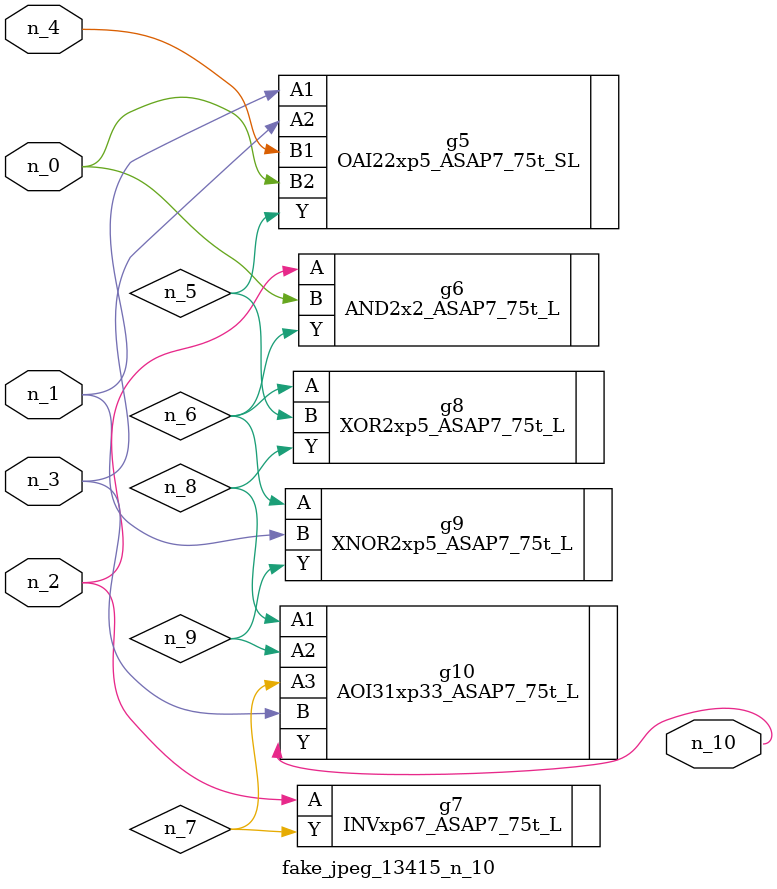
<source format=v>
module fake_jpeg_13415_n_10 (n_3, n_2, n_1, n_0, n_4, n_10);

input n_3;
input n_2;
input n_1;
input n_0;
input n_4;

output n_10;

wire n_8;
wire n_9;
wire n_6;
wire n_5;
wire n_7;

OAI22xp5_ASAP7_75t_SL g5 ( 
.A1(n_1),
.A2(n_3),
.B1(n_4),
.B2(n_0),
.Y(n_5)
);

AND2x2_ASAP7_75t_L g6 ( 
.A(n_2),
.B(n_0),
.Y(n_6)
);

INVxp67_ASAP7_75t_L g7 ( 
.A(n_2),
.Y(n_7)
);

XOR2xp5_ASAP7_75t_L g8 ( 
.A(n_6),
.B(n_5),
.Y(n_8)
);

AOI31xp33_ASAP7_75t_L g10 ( 
.A1(n_8),
.A2(n_9),
.A3(n_7),
.B(n_3),
.Y(n_10)
);

XNOR2xp5_ASAP7_75t_L g9 ( 
.A(n_6),
.B(n_1),
.Y(n_9)
);


endmodule
</source>
